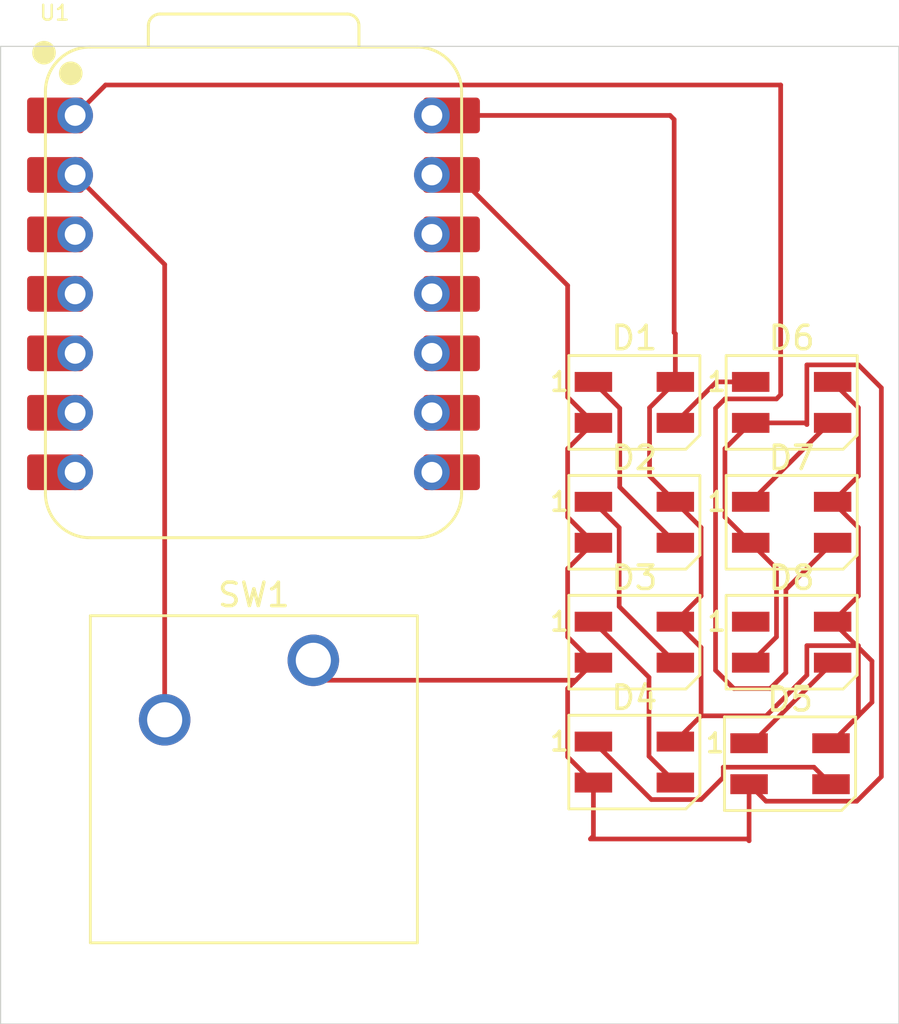
<source format=kicad_pcb>
(kicad_pcb (version 20241229) (generator "pcbnew") (generator_version "9.0")
  (layers (0 "F.Cu" signal) (2 "B.Cu" signal) (13 "F.Paste" user) (15 "B.Paste" user) (5 "F.SilkS" user "F.Silkscreen") (7 "B.SilkS" user "B.Silkscreen") (1 "F.Mask" user) (3 "B.Mask" user) (25 "Edge.Cuts" user))
  (net 0 "")
  (net 1 "GND")
  (net 2 "Net-(D1-DOUT)")
  (net 3 "+5V")
  (net 4 "Net-(D1-DIN)")
  (net 5 "Net-(D2-DOUT)")
  (net 6 "Net-(D3-DOUT)")
  (net 7 "Net-(D4-DOUT)")
  (net 8 "Net-(D5-DOUT)")
  (net 9 "Net-(D6-DIN)")
  (net 10 "led")
  (net 22 "Net-(U1-GPIO27{slash}ADC1{slash}A1)")
  (footprint "LED_SMD:LED_SK6812MINI_PLCC4_3.5x3.5mm_P1.75mm" (layer "F.Cu") (at 164.775 38.575)
    (property "Reference" "D2" (at 0 -2.75 0) (layer "F.SilkS"))
    (property "Value" "SK6812MINI")
    (fp_line (start -2.8 -2) (end -2.8 2) (stroke (width 0.12)) (layer "F.SilkS"))
    (fp_line (start -2.8 -2) (end 2.8 -2) (stroke (width 0.12)) (layer "F.SilkS"))
    (fp_line (start -2.8 2) (end 2.2 2) (stroke (width 0.12)) (layer "F.SilkS"))
    (fp_line (start 2.8 1.4) (end 2.2 2) (stroke (width 0.12)) (layer "F.SilkS"))
    (fp_line (start 2.8 1.4) (end 2.8 -2) (stroke (width 0.12)) (layer "F.SilkS"))
    (fp_text user "1" (at -3.2 -0.875 0) (layer "F.SilkS") (effects (font (size 0.8 0.8))))
    (pad "1" smd rect (at -1.75 -0.875) (size 1.6 0.85) (layers "F.Cu" "F.Mask" "F.Paste") (net 5 "Net-(D2-DOUT)"))
    (pad "2" smd rect (at -1.75 0.875) (size 1.6 0.85) (layers "F.Cu" "F.Mask" "F.Paste") (net 1 "GND"))
    (pad "3" smd rect (at 1.75 0.875) (size 1.6 0.85) (layers "F.Cu" "F.Mask" "F.Paste") (net 2 "Net-(D1-DOUT)"))
    (pad "4" smd rect (at 1.75 -0.875) (size 1.6 0.85) (layers "F.Cu" "F.Mask" "F.Paste") (net 3 "+5V"))
  )
  (footprint "LED_SMD:LED_SK6812MINI_PLCC4_3.5x3.5mm_P1.75mm" (layer "F.Cu") (at 171.495 43.695)
    (property "Reference" "D8" (at 0 -2.75 0) (layer "F.SilkS"))
    (property "Value" "SK6812MINI")
    (fp_line (start -2.8 -2) (end -2.8 2) (stroke (width 0.12)) (layer "F.SilkS"))
    (fp_line (start -2.8 -2) (end 2.8 -2) (stroke (width 0.12)) (layer "F.SilkS"))
    (fp_line (start -2.8 2) (end 2.2 2) (stroke (width 0.12)) (layer "F.SilkS"))
    (fp_line (start 2.8 1.4) (end 2.2 2) (stroke (width 0.12)) (layer "F.SilkS"))
    (fp_line (start 2.8 1.4) (end 2.8 -2) (stroke (width 0.12)) (layer "F.SilkS"))
    (fp_text user "1" (at -3.2 -0.875 0) (layer "F.SilkS") (effects (font (size 0.8 0.8))))
    (pad "1" smd rect (at -1.75 -0.875) (size 1.6 0.85) (layers "F.Cu" "F.Mask" "F.Paste"))
    (pad "2" smd rect (at -1.75 0.875) (size 1.6 0.85) (layers "F.Cu" "F.Mask" "F.Paste") (net 1 "GND"))
    (pad "3" smd rect (at 1.75 0.875) (size 1.6 0.85) (layers "F.Cu" "F.Mask" "F.Paste") (net 8 "Net-(D5-DOUT)"))
    (pad "4" smd rect (at 1.75 -0.875) (size 1.6 0.85) (layers "F.Cu" "F.Mask" "F.Paste") (net 3 "+5V"))
  )
  (footprint "LED_SMD:LED_SK6812MINI_PLCC4_3.5x3.5mm_P1.75mm" (layer "F.Cu") (at 171.425 48.885)
    (property "Reference" "D5" (at 0 -2.75 0) (layer "F.SilkS"))
    (property "Value" "SK6812MINI")
    (fp_line (start -2.8 -2) (end -2.8 2) (stroke (width 0.12)) (layer "F.SilkS"))
    (fp_line (start -2.8 -2) (end 2.8 -2) (stroke (width 0.12)) (layer "F.SilkS"))
    (fp_line (start -2.8 2) (end 2.2 2) (stroke (width 0.12)) (layer "F.SilkS"))
    (fp_line (start 2.8 1.4) (end 2.2 2) (stroke (width 0.12)) (layer "F.SilkS"))
    (fp_line (start 2.8 1.4) (end 2.8 -2) (stroke (width 0.12)) (layer "F.SilkS"))
    (fp_text user "1" (at -3.2 -0.875 0) (layer "F.SilkS") (effects (font (size 0.8 0.8))))
    (pad "1" smd rect (at -1.75 -0.875) (size 1.6 0.85) (layers "F.Cu" "F.Mask" "F.Paste") (net 8 "Net-(D5-DOUT)"))
    (pad "2" smd rect (at -1.75 0.875) (size 1.6 0.85) (layers "F.Cu" "F.Mask" "F.Paste") (net 1 "GND"))
    (pad "3" smd rect (at 1.75 0.875) (size 1.6 0.85) (layers "F.Cu" "F.Mask" "F.Paste") (net 7 "Net-(D4-DOUT)"))
    (pad "4" smd rect (at 1.75 -0.875) (size 1.6 0.85) (layers "F.Cu" "F.Mask" "F.Paste") (net 3 "+5V"))
  )
  (footprint "LED_SMD:LED_SK6812MINI_PLCC4_3.5x3.5mm_P1.75mm" (layer "F.Cu") (at 171.495 38.575)
    (property "Reference" "D7" (at 0 -2.75 0) (layer "F.SilkS"))
    (property "Value" "SK6812MINI")
    (fp_line (start -2.8 -2) (end -2.8 2) (stroke (width 0.12)) (layer "F.SilkS"))
    (fp_line (start -2.8 -2) (end 2.8 -2) (stroke (width 0.12)) (layer "F.SilkS"))
    (fp_line (start -2.8 2) (end 2.2 2) (stroke (width 0.12)) (layer "F.SilkS"))
    (fp_line (start 2.8 1.4) (end 2.2 2) (stroke (width 0.12)) (layer "F.SilkS"))
    (fp_line (start 2.8 1.4) (end 2.8 -2) (stroke (width 0.12)) (layer "F.SilkS"))
    (fp_text user "1" (at -3.2 -0.875 0) (layer "F.SilkS") (effects (font (size 0.8 0.8))))
    (pad "1" smd rect (at -1.75 -0.875) (size 1.6 0.85) (layers "F.Cu" "F.Mask" "F.Paste") (net 9 "Net-(D6-DIN)"))
    (pad "2" smd rect (at -1.75 0.875) (size 1.6 0.85) (layers "F.Cu" "F.Mask" "F.Paste") (net 1 "GND"))
    (pad "3" smd rect (at 1.75 0.875) (size 1.6 0.85) (layers "F.Cu" "F.Mask" "F.Paste") (net 10 "led"))
    (pad "4" smd rect (at 1.75 -0.875) (size 1.6 0.85) (layers "F.Cu" "F.Mask" "F.Paste") (net 3 "+5V"))
  )
  (footprint "LED_SMD:LED_SK6812MINI_PLCC4_3.5x3.5mm_P1.75mm" (layer "F.Cu") (at 164.775 43.695)
    (property "Reference" "D3" (at 0 -2.75 0) (layer "F.SilkS"))
    (property "Value" "SK6812MINI")
    (fp_line (start -2.8 -2) (end -2.8 2) (stroke (width 0.12)) (layer "F.SilkS"))
    (fp_line (start -2.8 -2) (end 2.8 -2) (stroke (width 0.12)) (layer "F.SilkS"))
    (fp_line (start -2.8 2) (end 2.2 2) (stroke (width 0.12)) (layer "F.SilkS"))
    (fp_line (start 2.8 1.4) (end 2.2 2) (stroke (width 0.12)) (layer "F.SilkS"))
    (fp_line (start 2.8 1.4) (end 2.8 -2) (stroke (width 0.12)) (layer "F.SilkS"))
    (fp_text user "1" (at -3.2 -0.875 0) (layer "F.SilkS") (effects (font (size 0.8 0.8))))
    (pad "1" smd rect (at -1.75 -0.875) (size 1.6 0.85) (layers "F.Cu" "F.Mask" "F.Paste") (net 6 "Net-(D3-DOUT)"))
    (pad "2" smd rect (at -1.75 0.875) (size 1.6 0.85) (layers "F.Cu" "F.Mask" "F.Paste") (net 1 "GND"))
    (pad "3" smd rect (at 1.75 0.875) (size 1.6 0.85) (layers "F.Cu" "F.Mask" "F.Paste") (net 5 "Net-(D2-DOUT)"))
    (pad "4" smd rect (at 1.75 -0.875) (size 1.6 0.85) (layers "F.Cu" "F.Mask" "F.Paste") (net 3 "+5V"))
  )
  (footprint "Button_Switch_Keyboard:SW_Cherry_MX_1.00u_PCB" (layer "F.Cu") (at 151.06 44.47)
    (property "Reference" "SW1" (at -2.54 -2.794 0) (layer "F.SilkS"))
    (property "Value" "SW_Push")
    (fp_line (start -9.525 -1.905) (end 4.445 -1.905) (stroke (width 0.12)) (layer "F.SilkS"))
    (fp_line (start -9.525 12.065) (end -9.525 -1.905) (stroke (width 0.12)) (layer "F.SilkS"))
    (fp_line (start 4.445 -1.905) (end 4.445 12.065) (stroke (width 0.12)) (layer "F.SilkS"))
    (fp_line (start 4.445 12.065) (end -9.525 12.065) (stroke (width 0.12)) (layer "F.SilkS"))
    (pad "" np_thru_hole circle (at -7.62 5.08) (size 1.7 1.7) (drill 1.7) (layers "*.Cu" "*.Mask"))
    (pad "" np_thru_hole circle (at -2.54 5.08) (size 4 4) (drill 4) (layers "*.Cu" "*.Mask"))
    (pad "" np_thru_hole circle (at 2.54 5.08) (size 1.7 1.7) (drill 1.7) (layers "*.Cu" "*.Mask"))
    (pad "1" thru_hole circle (at 0 0) (size 2.2 2.2) (drill 1.5) (layers "*.Cu" "*.Mask") (net 1 "GND"))
    (pad "2" thru_hole circle (at -6.35 2.54) (size 2.2 2.2) (drill 1.5) (layers "*.Cu" "*.Mask") (net 22 "Net-(U1-GPIO27{slash}ADC1{slash}A1)"))
  )
  (footprint "LED_SMD:LED_SK6812MINI_PLCC4_3.5x3.5mm_P1.75mm" (layer "F.Cu") (at 164.775 48.815)
    (property "Reference" "D4" (at 0 -2.75 0) (layer "F.SilkS"))
    (property "Value" "SK6812MINI")
    (fp_line (start -2.8 -2) (end -2.8 2) (stroke (width 0.12)) (layer "F.SilkS"))
    (fp_line (start -2.8 -2) (end 2.8 -2) (stroke (width 0.12)) (layer "F.SilkS"))
    (fp_line (start -2.8 2) (end 2.2 2) (stroke (width 0.12)) (layer "F.SilkS"))
    (fp_line (start 2.8 1.4) (end 2.2 2) (stroke (width 0.12)) (layer "F.SilkS"))
    (fp_line (start 2.8 1.4) (end 2.8 -2) (stroke (width 0.12)) (layer "F.SilkS"))
    (fp_text user "1" (at -3.2 -0.875 0) (layer "F.SilkS") (effects (font (size 0.8 0.8))))
    (pad "1" smd rect (at -1.75 -0.875) (size 1.6 0.85) (layers "F.Cu" "F.Mask" "F.Paste") (net 7 "Net-(D4-DOUT)"))
    (pad "2" smd rect (at -1.75 0.875) (size 1.6 0.85) (layers "F.Cu" "F.Mask" "F.Paste") (net 1 "GND"))
    (pad "3" smd rect (at 1.75 0.875) (size 1.6 0.85) (layers "F.Cu" "F.Mask" "F.Paste") (net 6 "Net-(D3-DOUT)"))
    (pad "4" smd rect (at 1.75 -0.875) (size 1.6 0.85) (layers "F.Cu" "F.Mask" "F.Paste") (net 3 "+5V"))
  )
  (footprint "LED_SMD:LED_SK6812MINI_PLCC4_3.5x3.5mm_P1.75mm" (layer "F.Cu") (at 171.495 33.455)
    (property "Reference" "D6" (at 0 -2.75 0) (layer "F.SilkS"))
    (property "Value" "SK6812MINI")
    (fp_line (start -2.8 -2) (end -2.8 2) (stroke (width 0.12)) (layer "F.SilkS"))
    (fp_line (start -2.8 -2) (end 2.8 -2) (stroke (width 0.12)) (layer "F.SilkS"))
    (fp_line (start -2.8 2) (end 2.2 2) (stroke (width 0.12)) (layer "F.SilkS"))
    (fp_line (start 2.8 1.4) (end 2.2 2) (stroke (width 0.12)) (layer "F.SilkS"))
    (fp_line (start 2.8 1.4) (end 2.8 -2) (stroke (width 0.12)) (layer "F.SilkS"))
    (fp_text user "1" (at -3.2 -0.875 0) (layer "F.SilkS") (effects (font (size 0.8 0.8))))
    (pad "1" smd rect (at -1.75 -0.875) (size 1.6 0.85) (layers "F.Cu" "F.Mask" "F.Paste") (net 4 "Net-(D1-DIN)"))
    (pad "2" smd rect (at -1.75 0.875) (size 1.6 0.85) (layers "F.Cu" "F.Mask" "F.Paste") (net 1 "GND"))
    (pad "3" smd rect (at 1.75 0.875) (size 1.6 0.85) (layers "F.Cu" "F.Mask" "F.Paste") (net 9 "Net-(D6-DIN)"))
    (pad "4" smd rect (at 1.75 -0.875) (size 1.6 0.85) (layers "F.Cu" "F.Mask" "F.Paste") (net 3 "+5V"))
  )
  (footprint "OPL:XIAO-RP2040-DIP" (layer "F.Cu") (at 148.505 28.82)
    (property "Reference" "U1" (at -8.5 -12 0) (layer "F.SilkS") (effects (font (size 0.635 0.635) (thickness 0.1016))))
    (property "Value" "XIAO-RP2040-DIP")
    (fp_line (start -8.89 8.509) (end -8.89 -8.636) (stroke (width 0.127)) (layer "F.SilkS"))
    (fp_line (start -6.985 10.414) (end 6.985 10.414) (stroke (width 0.127)) (layer "F.SilkS"))
    (fp_line (start -4.495 -10.541) (end -4.491272 -11.451272) (stroke (width 0.127)) (layer "F.SilkS"))
    (fp_line (start -3.991272 -11.951) (end 4.004 -11.951) (stroke (width 0.127)) (layer "F.SilkS"))
    (fp_line (start 4.504 -11.451) (end 4.504 -10.541) (stroke (width 0.127)) (layer "F.SilkS"))
    (fp_line (start 6.985 -10.541) (end -6.985 -10.541) (stroke (width 0.1)) (layer "F.SilkS"))
    (fp_line (start 6.985 -10.541) (end -6.985 -10.541) (stroke (width 0.127)) (layer "F.SilkS"))
    (fp_line (start 8.89 8.509) (end 8.89 -8.636) (stroke (width 0.127)) (layer "F.SilkS"))
    (fp_arc (start -8.89 -8.636) (mid -8.332038 -9.983038) (end -6.985 -10.541) (stroke (width 0.127)) (layer "F.SilkS"))
    (fp_arc (start -6.985 10.414) (mid -8.332038 9.856038) (end -8.89 8.509) (stroke (width 0.127)) (layer "F.SilkS"))
    (fp_arc (start -4.491272 -11.451272) (mid -4.344728 -11.80464) (end -3.991272 -11.951) (stroke (width 0.127)) (layer "F.SilkS"))
    (fp_arc (start 4.004 -11.951) (mid 4.357553 -11.804553) (end 4.504 -11.451) (stroke (width 0.127)) (layer "F.SilkS"))
    (fp_arc (start 6.985 -10.541) (mid 8.332038 -9.983038) (end 8.89 -8.636) (stroke (width 0.127)) (layer "F.SilkS"))
    (fp_arc (start 8.89 8.509) (mid 8.332038 9.856038) (end 6.985 10.414) (stroke (width 0.127)) (layer "F.SilkS"))
    (fp_circle (center -8.95 -10.3) (end -8.95 -10.554) (stroke (width 0.5)) (fill yes) (layer "F.SilkS"))
    (fp_circle (center -7.807 -9.42) (end -7.807 -9.674) (stroke (width 0.5)) (fill yes) (layer "F.SilkS"))
    (pad "1" smd roundrect (at -8.455 -7.62 180) (size 2.432 1.524) (layers "F.Cu" "F.Mask") (roundrect_rratio 0.1) (net 10 "led"))
    (pad "1" thru_hole circle (at -7.62 -7.62 180) (size 1.524 1.524) (drill 0.889) (layers "*.Cu" "*.Mask") (net 10 "led"))
    (pad "2" smd roundrect (at -8.455 -5.08 180) (size 2.432 1.524) (layers "F.Cu" "F.Mask") (roundrect_rratio 0.1) (net 22 "Net-(U1-GPIO27{slash}ADC1{slash}A1)"))
    (pad "2" thru_hole circle (at -7.62 -5.08 180) (size 1.524 1.524) (drill 0.889) (layers "*.Cu" "*.Mask") (net 22 "Net-(U1-GPIO27{slash}ADC1{slash}A1)"))
    (pad "3" smd roundrect (at -8.455 -2.54 180) (size 2.432 1.524) (layers "F.Cu" "F.Mask") (roundrect_rratio 0.1))
    (pad "3" thru_hole circle (at -7.62 -2.54 180) (size 1.524 1.524) (drill 0.889) (layers "*.Cu" "*.Mask"))
    (pad "4" smd roundrect (at -8.455 0 180) (size 2.432 1.524) (layers "F.Cu" "F.Mask") (roundrect_rratio 0.1))
    (pad "4" thru_hole circle (at -7.62 0 180) (size 1.524 1.524) (drill 0.889) (layers "*.Cu" "*.Mask"))
    (pad "5" smd roundrect (at -8.455 2.54 180) (size 2.432 1.524) (layers "F.Cu" "F.Mask") (roundrect_rratio 0.1))
    (pad "5" thru_hole circle (at -7.62 2.54 180) (size 1.524 1.524) (drill 0.889) (layers "*.Cu" "*.Mask"))
    (pad "6" smd roundrect (at -8.455 5.08 180) (size 2.432 1.524) (layers "F.Cu" "F.Mask") (roundrect_rratio 0.1))
    (pad "6" thru_hole circle (at -7.62 5.08 180) (size 1.524 1.524) (drill 0.889) (layers "*.Cu" "*.Mask"))
    (pad "7" smd roundrect (at -8.455 7.62 180) (size 2.432 1.524) (layers "F.Cu" "F.Mask") (roundrect_rratio 0.1))
    (pad "7" thru_hole circle (at -7.62 7.62 180) (size 1.524 1.524) (drill 0.889) (layers "*.Cu" "*.Mask"))
    (pad "8" thru_hole circle (at 7.62 7.62) (size 1.524 1.524) (drill 0.889) (layers "*.Cu" "*.Mask"))
    (pad "8" smd roundrect (at 8.455 7.62) (size 2.432 1.524) (layers "F.Cu" "F.Mask") (roundrect_rratio 0.1))
    (pad "9" thru_hole circle (at 7.62 5.08) (size 1.524 1.524) (drill 0.889) (layers "*.Cu" "*.Mask"))
    (pad "9" smd roundrect (at 8.455 5.08) (size 2.432 1.524) (layers "F.Cu" "F.Mask") (roundrect_rratio 0.1))
    (pad "10" thru_hole circle (at 7.62 2.54) (size 1.524 1.524) (drill 0.889) (layers "*.Cu" "*.Mask"))
    (pad "10" smd roundrect (at 8.455 2.54) (size 2.432 1.524) (layers "F.Cu" "F.Mask") (roundrect_rratio 0.1))
    (pad "11" thru_hole circle (at 7.62 0) (size 1.524 1.524) (drill 0.889) (layers "*.Cu" "*.Mask"))
    (pad "11" smd roundrect (at 8.455 0) (size 2.432 1.524) (layers "F.Cu" "F.Mask") (roundrect_rratio 0.1))
    (pad "12" thru_hole circle (at 7.62 -2.54) (size 1.524 1.524) (drill 0.889) (layers "*.Cu" "*.Mask"))
    (pad "12" smd roundrect (at 8.455 -2.54) (size 2.432 1.524) (layers "F.Cu" "F.Mask") (roundrect_rratio 0.1))
    (pad "13" thru_hole circle (at 7.62 -5.08) (size 1.524 1.524) (drill 0.889) (layers "*.Cu" "*.Mask") (net 1 "GND"))
    (pad "13" smd roundrect (at 8.455 -5.08) (size 2.432 1.524) (layers "F.Cu" "F.Mask") (roundrect_rratio 0.1) (net 1 "GND"))
    (pad "14" thru_hole circle (at 7.62 -7.62) (size 1.524 1.524) (drill 0.889) (layers "*.Cu" "*.Mask") (net 3 "+5V"))
    (pad "14" smd roundrect (at 8.455 -7.62) (size 2.432 1.524) (layers "F.Cu" "F.Mask") (roundrect_rratio 0.1) (net 3 "+5V"))
  )
  (footprint "LED_SMD:LED_SK6812MINI_PLCC4_3.5x3.5mm_P1.75mm" (layer "F.Cu") (at 164.775 33.455)
    (property "Reference" "D1" (at 0 -2.75 0) (layer "F.SilkS"))
    (property "Value" "SK6812MINI")
    (fp_line (start -2.8 -2) (end -2.8 2) (stroke (width 0.12)) (layer "F.SilkS"))
    (fp_line (start -2.8 -2) (end 2.8 -2) (stroke (width 0.12)) (layer "F.SilkS"))
    (fp_line (start -2.8 2) (end 2.2 2) (stroke (width 0.12)) (layer "F.SilkS"))
    (fp_line (start 2.8 1.4) (end 2.2 2) (stroke (width 0.12)) (layer "F.SilkS"))
    (fp_line (start 2.8 1.4) (end 2.8 -2) (stroke (width 0.12)) (layer "F.SilkS"))
    (fp_text user "1" (at -3.2 -0.875 0) (layer "F.SilkS") (effects (font (size 0.8 0.8))))
    (pad "1" smd rect (at -1.75 -0.875) (size 1.6 0.85) (layers "F.Cu" "F.Mask" "F.Paste") (net 2 "Net-(D1-DOUT)"))
    (pad "2" smd rect (at -1.75 0.875) (size 1.6 0.85) (layers "F.Cu" "F.Mask" "F.Paste") (net 1 "GND"))
    (pad "3" smd rect (at 1.75 0.875) (size 1.6 0.85) (layers "F.Cu" "F.Mask" "F.Paste") (net 4 "Net-(D1-DIN)"))
    (pad "4" smd rect (at 1.75 -0.875) (size 1.6 0.85) (layers "F.Cu" "F.Mask" "F.Paste") (net 3 "+5V"))
  )
  (gr_rect (start 137.7 18.25) (end 176.075 60) (stroke (width 0.05)) (fill no) (layer "Edge.Cuts"))
  (segment (start 169.675 52.175) (end 169.675 49.76) (width 0.2) (layer "F.Cu") (net 1))
  (segment (start 161.924 40.551) (end 161.924 43.469) (width 0.2) (layer "F.Cu") (net 1))
  (segment (start 161.924 45.671) (end 162.275 45.32) (width 0.2) (layer "F.Cu") (net 1))
  (segment (start 174.346 31.854) (end 175.326 32.834) (width 0.2) (layer "F.Cu") (net 1))
  (segment (start 170.401 50.486) (end 169.675 49.76) (width 0.2) (layer "F.Cu") (net 1))
  (segment (start 169.6 52.1) (end 169.675 52.175) (width 0.2) (layer "F.Cu") (net 1))
  (segment (start 169.745 34.33) (end 172.074 34.33) (width 0.2) (layer "F.Cu") (net 1))
  (segment (start 163.025 49.69) (end 161.924 48.589) (width 0.2) (layer "F.Cu") (net 1))
  (segment (start 170.846 40.551) (end 169.745 39.45) (width 0.2) (layer "F.Cu") (net 1))
  (segment (start 162.275 45.32) (end 163.025 44.57) (width 0.2) (layer "F.Cu") (net 1))
  (segment (start 161.924 33.229) (end 163.025 34.33) (width 0.2) (layer "F.Cu") (net 1))
  (segment (start 170.846 43.469) (end 170.846 40.551) (width 0.2) (layer "F.Cu") (net 1))
  (segment (start 151.06 45.32) (end 162.275 45.32) (width 0.2) (layer "F.Cu") (net 1))
  (segment (start 168.644 35.431) (end 168.644 38.349) (width 0.2) (layer "F.Cu") (net 1))
  (segment (start 161.924 28.46137) (end 161.924 33.229) (width 0.2) (layer "F.Cu") (net 1))
  (segment (start 161.924 38.349) (end 163.025 39.45) (width 0.2) (layer "F.Cu") (net 1))
  (segment (start 163.025 34.33) (end 161.924 35.431) (width 0.2) (layer "F.Cu") (net 1))
  (segment (start 168.644 38.349) (end 169.745 39.45) (width 0.2) (layer "F.Cu") (net 1))
  (segment (start 169.745 34.33) (end 168.644 35.431) (width 0.2) (layer "F.Cu") (net 1))
  (segment (start 172.144 31.854) (end 174.346 31.854) (width 0.2) (layer "F.Cu") (net 1))
  (segment (start 172.144 34.4) (end 172.144 31.854) (width 0.2) (layer "F.Cu") (net 1))
  (segment (start 163.025 49.69) (end 163.025 51.975) (width 0.2) (layer "F.Cu") (net 1))
  (segment (start 174.276 50.486) (end 170.401 50.486) (width 0.2) (layer "F.Cu") (net 1))
  (segment (start 163.025 39.45) (end 161.924 40.551) (width 0.2) (layer "F.Cu") (net 1))
  (segment (start 162.9 52.1) (end 169.6 52.1) (width 0.2) (layer "F.Cu") (net 1))
  (segment (start 161.924 48.589) (end 161.924 45.671) (width 0.2) (layer "F.Cu") (net 1))
  (segment (start 161.924 35.431) (end 161.924 38.349) (width 0.2) (layer "F.Cu") (net 1))
  (segment (start 172.074 34.33) (end 172.144 34.4) (width 0.2) (layer "F.Cu") (net 1))
  (segment (start 163.025 51.975) (end 162.9 52.1) (width 0.2) (layer "F.Cu") (net 1))
  (segment (start 169.745 44.57) (end 170.846 43.469) (width 0.2) (layer "F.Cu") (net 1))
  (segment (start 157.20263 23.74) (end 161.924 28.46137) (width 0.2) (layer "F.Cu") (net 1))
  (segment (start 156.125 23.74) (end 157.20263 23.74) (width 0.2) (layer "F.Cu") (net 1))
  (segment (start 161.924 43.469) (end 163.025 44.57) (width 0.2) (layer "F.Cu") (net 1))
  (segment (start 175.326 49.436) (end 174.276 50.486) (width 0.2) (layer "F.Cu") (net 1))
  (segment (start 175.326 32.834) (end 175.326 49.436) (width 0.2) (layer "F.Cu") (net 1))
  (segment (start 164.15 37.075) (end 166.525 39.45) (width 0.2) (layer "F.Cu") (net 2))
  (segment (start 164.15 33.705) (end 164.15 37.075) (width 0.2) (layer "F.Cu") (net 2))
  (segment (start 163.025 32.58) (end 164.15 33.705) (width 0.2) (layer "F.Cu") (net 2))
  (segment (start 167.625 43.92) (end 167.625 46.84) (width 0.2) (layer "F.Cu") (net 3))
  (segment (start 174.346 41.719) (end 173.245 42.82) (width 0.2) (layer "F.Cu") (net 3))
  (segment (start 166.3 21.2) (end 156.96 21.2) (width 0.2) (layer "F.Cu") (net 3))
  (segment (start 167.625 46.84) (end 166.525 47.94) (width 0.2) (layer "F.Cu") (net 3))
  (segment (start 166.475 30.47237) (end 166.525 30.52237) (width 0.2) (layer "F.Cu") (net 3))
  (segment (start 165.424 36.599) (end 165.424 33.681) (width 0.2) (layer "F.Cu") (net 3))
  (segment (start 174.346 38.801) (end 174.346 41.719) (width 0.2) (layer "F.Cu") (net 3))
  (segment (start 166.475 21.375) (end 166.3 21.2) (width 0.2) (layer "F.Cu") (net 3))
  (segment (start 173.245 32.58) (end 174.346 33.681) (width 0.2) (layer "F.Cu") (net 3))
  (segment (start 174.925 46.26) (end 174.925 44.5) (width 0.2) (layer "F.Cu") (net 3))
  (segment (start 166.475 30.47237) (end 166.475 21.375) (width 0.2) (layer "F.Cu") (net 3))
  (segment (start 173.245 37.7) (end 174.346 38.801) (width 0.2) (layer "F.Cu") (net 3))
  (segment (start 165.424 33.681) (end 166.525 32.58) (width 0.2) (layer "F.Cu") (net 3))
  (segment (start 172.144 43.844) (end 172.144 45.1039) (width 0.2) (layer "F.Cu") (net 3))
  (segment (start 174.346 33.681) (end 174.346 36.599) (width 0.2) (layer "F.Cu") (net 3))
  (segment (start 166.525 42.82) (end 167.626 41.719) (width 0.2) (layer "F.Cu") (net 3))
  (segment (start 166.525 30.52237) (end 166.525 32.58) (width 0.2) (layer "F.Cu") (net 3))
  (segment (start 172.144 45.1039) (end 170.4079 46.84) (width 0.2) (layer "F.Cu") (net 3))
  (segment (start 167.626 41.719) (end 167.626 38.801) (width 0.2) (layer "F.Cu") (net 3))
  (segment (start 173.175 48.01) (end 174.346 46.839) (width 0.2) (layer "F.Cu") (net 3))
  (segment (start 167.626 38.801) (end 166.525 37.7) (width 0.2) (layer "F.Cu") (net 3))
  (segment (start 174.346 46.839) (end 174.346 43.844) (width 0.2) (layer "F.Cu") (net 3))
  (segment (start 174.346 43.844) (end 172.144 43.844) (width 0.2) (layer "F.Cu") (net 3))
  (segment (start 174.925 44.5) (end 173.245 42.82) (width 0.2) (layer "F.Cu") (net 3))
  (segment (start 166.525 42.82) (end 167.625 43.92) (width 0.2) (layer "F.Cu") (net 3))
  (segment (start 167.181 47.284) (end 166.525 47.94) (width 0.2) (layer "F.Cu") (net 3))
  (segment (start 174.346 36.599) (end 173.245 37.7) (width 0.2) (layer "F.Cu") (net 3))
  (segment (start 173.175 48.01) (end 174.925 46.26) (width 0.2) (layer "F.Cu") (net 3))
  (segment (start 170.4079 46.84) (end 167.625 46.84) (width 0.2) (layer "F.Cu") (net 3))
  (segment (start 156.125 21.2) (end 157.20263 21.2) (width 0.2) (layer "F.Cu") (net 3))
  (segment (start 166.525 37.7) (end 165.424 36.599) (width 0.2) (layer "F.Cu") (net 3))
  (segment (start 169.745 32.58) (end 168.275 32.58) (width 0.2) (layer "F.Cu") (net 4))
  (segment (start 168.275 32.58) (end 166.525 34.33) (width 0.2) (layer "F.Cu") (net 4))
  (segment (start 164.126 38.801) (end 163.025 37.7) (width 0.2) (layer "F.Cu") (net 5))
  (segment (start 166.525 44.57) (end 164.126 42.171) (width 0.2) (layer "F.Cu") (net 5))
  (segment (start 164.126 42.171) (end 164.126 38.801) (width 0.2) (layer "F.Cu") (net 5))
  (segment (start 166.525 49.69) (end 165.4 48.565) (width 0.2) (layer "F.Cu") (net 6))
  (segment (start 165.4 45.195) (end 163.025 42.82) (width 0.2) (layer "F.Cu") (net 6))
  (segment (start 165.4 48.565) (end 165.4 45.195) (width 0.2) (layer "F.Cu") (net 6))
  (segment (start 172.449 49.034) (end 173.175 49.76) (width 0.2) (layer "F.Cu") (net 7))
  (segment (start 165.501 50.416) (end 167.626 50.416) (width 0.2) (layer "F.Cu") (net 7))
  (segment (start 167.626 50.416) (end 168.574 49.468) (width 0.2) (layer "F.Cu") (net 7))
  (segment (start 168.574 49.468) (end 168.574 49.034) (width 0.2) (layer "F.Cu") (net 7))
  (segment (start 163.025 47.94) (end 165.501 50.416) (width 0.2) (layer "F.Cu") (net 7))
  (segment (start 168.574 49.034) (end 172.449 49.034) (width 0.2) (layer "F.Cu") (net 7))
  (segment (start 169.675 48.01) (end 169.805 48.01) (width 0.2) (layer "F.Cu") (net 8))
  (segment (start 169.805 48.01) (end 173.245 44.57) (width 0.2) (layer "F.Cu") (net 8))
  (segment (start 173.115 34.33) (end 169.745 37.7) (width 0.2) (layer "F.Cu") (net 9))
  (segment (start 173.245 34.33) (end 173.115 34.33) (width 0.2) (layer "F.Cu") (net 9))
  (segment (start 170.574 45.676) (end 169.024 45.676) (width 0.2) (layer "F.Cu") (net 10))
  (segment (start 168.243 33.707) (end 168.644 33.306) (width 0.2) (layer "F.Cu") (net 10))
  (segment (start 168.243 44.895) (end 168.243 33.707) (width 0.2) (layer "F.Cu") (net 10))
  (segment (start 171.025 19.9) (end 142.185 19.9) (width 0.2) (layer "F.Cu") (net 10))
  (segment (start 142.185 19.9) (end 140.885 21.2) (width 0.2) (layer "F.Cu") (net 10))
  (segment (start 168.644 33.306) (end 170.846 33.306) (width 0.2) (layer "F.Cu") (net 10))
  (segment (start 169.024 45.676) (end 168.243 44.895) (width 0.2) (layer "F.Cu") (net 10))
  (segment (start 171.247 41.448) (end 171.247 45.003) (width 0.2) (layer "F.Cu") (net 10))
  (segment (start 170.846 33.306) (end 171.025 33.127) (width 0.2) (layer "F.Cu") (net 10))
  (segment (start 171.247 45.003) (end 170.574 45.676) (width 0.2) (layer "F.Cu") (net 10))
  (segment (start 171.025 33.127) (end 171.025 19.9) (width 0.2) (layer "F.Cu") (net 10))
  (segment (start 173.245 39.45) (end 171.247 41.448) (width 0.2) (layer "F.Cu") (net 10))
  (segment (start 144.71 47.86) (end 144.71 27.565) (width 0.2) (layer "F.Cu") (net 22))
  (segment (start 144.71 27.565) (end 140.885 23.74) (width 0.2) (layer "F.Cu") (net 22))
)
</source>
